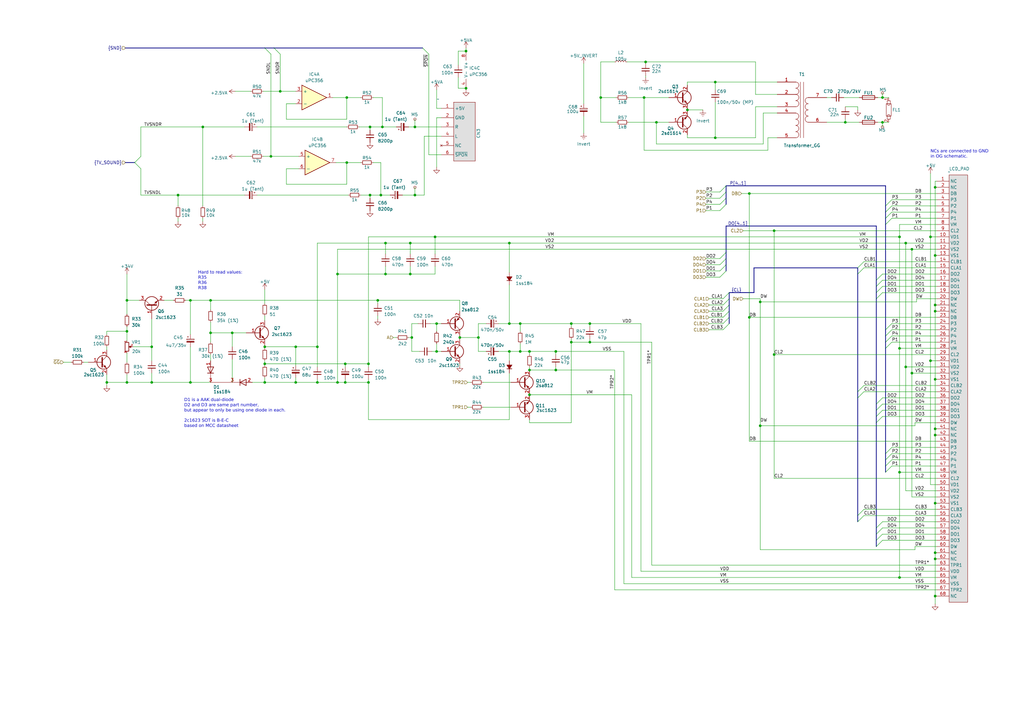
<source format=kicad_sch>
(kicad_sch (version 20231120) (generator "eeschema") (generator_version "8.0")
  (paper "A3")
  (title_block (title "LCD Connection") (date "2023-02-14") (rev "1") (company "bald.ee/bitpreserve") (comment 1 "Drawn by James Lewis (@baldengineer)") (comment 2 "Modified by Allison Barfield for Microprocessor Museum"))
  (bus_alias "" (members))
  (bus_alias "CL" (members "CLA1" "CLA2" "CLA3" "CLB1" "CLB2" "CLB3"))
  (junction (at 213.36 144.145))
  (junction (at 62.23 156.845))
  (junction (at 383.54 175.895))
  (junction (at 281.94 45.085))
  (junction (at 383.54 76.835))
  (junction (at 293.37 56.515))
  (junction (at 168.275 99.695))
  (junction (at 43.815 156.845))
  (junction (at 227.965 144.145))
  (junction (at 168.91 138.43))
  (junction (at 264.16 40.005))
  (junction (at 217.17 144.145))
  (junction (at 156.21 80.01))
  (junction (at 307.34 79.375))
  (junction (at 138.43 156.845))
  (junction (at 111.125 64.135))
  (junction (at 141.605 156.845))
  (junction (at 78.105 156.845))
  (junction (at 168.275 112.395))
  (junction (at 307.34 130.175))
  (junction (at 317.5 94.615))
  (junction (at 246.38 40.005))
  (junction (at 241.935 140.335))
  (junction (at 52.07 135.89))
  (junction (at 264.795 25.4))
  (junction (at 142.24 66.675))
  (junction (at 311.785 123.825))
  (junction (at 114.935 37.465))
  (junction (at 361.95 40.005))
  (junction (at 151.765 52.07))
  (junction (at 234.315 140.335))
  (junction (at 213.36 132.715))
  (junction (at 368.935 236.855))
  (junction (at 130.175 156.845))
  (junction (at 241.935 132.715))
  (junction (at 121.285 142.24))
  (junction (at 208.915 144.145))
  (junction (at 78.105 123.19))
  (junction (at 154.94 123.19))
  (junction (at 95.25 136.525))
  (junction (at 383.54 178.435))
  (junction (at 86.36 123.19))
  (junction (at 191.135 20.955))
  (junction (at 158.115 112.395))
  (junction (at 383.54 125.095))
  (junction (at 142.24 40.005))
  (junction (at 52.07 156.845))
  (junction (at 208.915 132.715))
  (junction (at 383.54 229.235))
  (junction (at 217.17 161.925))
  (junction (at 371.475 150.495))
  (junction (at 130.175 142.24))
  (junction (at 83.185 52.07))
  (junction (at 179.07 132.715))
  (junction (at 151.13 156.845))
  (junction (at 374.015 153.035))
  (junction (at 196.215 138.43))
  (junction (at 368.935 142.875))
  (junction (at 383.54 127.635))
  (junction (at 361.95 50.165))
  (junction (at 381.635 147.955))
  (junction (at 108.585 156.845))
  (junction (at 86.36 136.525))
  (junction (at 191.135 36.195))
  (junction (at 73.025 80.01))
  (junction (at 108.585 149.225))
  (junction (at 317.5 145.415))
  (junction (at 138.43 112.395))
  (junction (at 381.635 97.155))
  (junction (at 368.935 97.155))
  (junction (at 311.785 174.625))
  (junction (at 170.18 80.01))
  (junction (at 383.54 206.375))
  (junction (at 374.015 102.235))
  (junction (at 151.765 80.01))
  (junction (at 108.585 142.24))
  (junction (at 269.24 50.165))
  (junction (at 156.845 52.07))
  (junction (at 141.605 149.225))
  (junction (at 52.07 123.19))
  (junction (at 121.285 156.845))
  (junction (at 383.54 244.475))
  (junction (at 208.915 99.695))
  (junction (at 383.54 155.575))
  (junction (at 371.475 99.695))
  (junction (at 151.13 149.225))
  (junction (at 383.54 226.695))
  (junction (at 234.315 132.715))
  (junction (at 368.935 193.675))
  (junction (at 178.435 97.155))
  (junction (at 217.17 151.765))
  (junction (at 293.37 33.655))
  (junction (at 383.54 104.775))
  (junction (at 170.18 52.07))
  (junction (at 158.115 99.695))
  (junction (at 62.23 142.24))
  (junction (at 346.71 50.165))
  (junction (at 179.07 144.145))
  (junction (at 227.965 151.765))
  (junction (at 188.595 138.43))
  (bus_entry (at 363.22 86.995) (size 2.54 -2.54))
  (bus_entry (at 363.22 92.075) (size 2.54 -2.54))
  (bus_entry (at 361.95 165.735) (size -2.54 2.54))
  (bus_entry (at 295.275 108.585) (size 2.54 -2.54))
  (bus_entry (at 363.22 191.135) (size 2.54 -2.54))
  (bus_entry (at 363.22 188.595) (size 2.54 -2.54))
  (bus_entry (at 354.33 158.115) (size -2.54 2.54))
  (bus_entry (at 361.95 216.535) (size -2.54 2.54))
  (bus_entry (at 361.95 170.815) (size -2.54 2.54))
  (bus_entry (at 354.33 160.655) (size -2.54 2.54))
  (bus_entry (at 361.95 112.395) (size -2.54 2.54))
  (bus_entry (at 361.95 221.615) (size -2.54 2.54))
  (bus_entry (at 296.545 135.255) (size 2.54 -2.54))
  (bus_entry (at 57.785 69.215) (size -2.54 -2.54))
  (bus_entry (at 354.33 107.315) (size -2.54 2.54))
  (bus_entry (at 296.545 122.555) (size 2.54 -2.54))
  (bus_entry (at 361.95 163.195) (size -2.54 2.54))
  (bus_entry (at 295.275 86.36) (size 2.54 -2.54))
  (bus_entry (at 108.585 19.685) (size 2.54 2.54))
  (bus_entry (at 354.33 211.455) (size -2.54 2.54))
  (bus_entry (at 363.22 142.875) (size 2.54 -2.54))
  (bus_entry (at 354.33 208.915) (size -2.54 2.54))
  (bus_entry (at 112.395 19.685) (size 2.54 2.54))
  (bus_entry (at 295.275 81.28) (size 2.54 -2.54))
  (bus_entry (at 295.275 113.665) (size 2.54 -2.54))
  (bus_entry (at 295.275 106.045) (size 2.54 -2.54))
  (bus_entry (at 363.22 140.335) (size 2.54 -2.54))
  (bus_entry (at 363.22 84.455) (size 2.54 -2.54))
  (bus_entry (at 361.95 114.935) (size -2.54 2.54))
  (bus_entry (at 361.95 120.015) (size -2.54 2.54))
  (bus_entry (at 296.545 125.095) (size 2.54 -2.54))
  (bus_entry (at 295.275 83.82) (size 2.54 -2.54))
  (bus_entry (at 296.545 130.175) (size 2.54 -2.54))
  (bus_entry (at 296.545 127.635) (size 2.54 -2.54))
  (bus_entry (at 295.275 78.74) (size 2.54 -2.54))
  (bus_entry (at 296.545 132.715) (size 2.54 -2.54))
  (bus_entry (at 363.22 186.055) (size 2.54 -2.54))
  (bus_entry (at 55.245 66.675) (size 2.54 -2.54))
  (bus_entry (at 173.355 19.685) (size 2.54 2.54))
  (bus_entry (at 361.95 219.075) (size -2.54 2.54))
  (bus_entry (at 295.275 111.125) (size 2.54 -2.54))
  (bus_entry (at 361.95 117.475) (size -2.54 2.54))
  (bus_entry (at 363.22 137.795) (size 2.54 -2.54))
  (bus_entry (at 363.22 89.535) (size 2.54 -2.54))
  (bus_entry (at 354.33 109.855) (size -2.54 2.54))
  (bus_entry (at 361.95 168.275) (size -2.54 2.54))
  (bus_entry (at 361.95 213.995) (size -2.54 2.54))
  (bus_entry (at 363.22 135.255) (size 2.54 -2.54))
  (bus_entry (at 363.22 193.675) (size 2.54 -2.54))
  (wire (pts (xy 383.54 206.375) (xy 383.54 226.695)))
  (wire (pts (xy 138.43 156.845) (xy 138.43 112.395)))
  (wire (pts (xy 151.13 149.225) (xy 151.13 150.495)))
  (wire (pts (xy 78.105 123.19) (xy 86.36 123.19)))
  (bus (pts (xy 112.395 19.685) (xy 173.355 19.685)))
  (wire (pts (xy 234.315 139.065) (xy 234.315 140.335)))
  (wire (pts (xy 264.16 40.005) (xy 274.32 40.005)))
  (wire (pts (xy 361.95 50.165) (xy 361.95 52.07)))
  (wire (pts (xy 142.24 66.675) (xy 147.955 66.675)))
  (wire (pts (xy 368.935 92.075) (xy 368.935 97.155)))
  (wire (pts (xy 365.76 89.535) (xy 384.175 89.535)))
  (bus (pts (xy 297.815 83.82) (xy 297.815 81.28)))
  (wire (pts (xy 368.935 142.875) (xy 384.175 142.875)))
  (wire (pts (xy 259.08 161.925) (xy 259.08 236.855)))
  (wire (pts (xy 151.13 149.225) (xy 151.13 97.155)))
  (bus (pts (xy 351.79 211.455) (xy 351.79 213.995)))
  (wire (pts (xy 293.37 33.655) (xy 318.77 33.655)))
  (wire (pts (xy 151.765 52.07) (xy 156.845 52.07)))
  (wire (pts (xy 307.34 130.175) (xy 307.34 79.375)))
  (wire (pts (xy 142.24 40.005) (xy 142.24 48.895)))
  (wire (pts (xy 375.285 173.355) (xy 384.175 173.355)))
  (bus (pts (xy 359.41 165.735) (xy 359.41 168.275)))
  (wire (pts (xy 168.275 99.695) (xy 208.915 99.695)))
  (bus (pts (xy 297.815 103.505) (xy 297.815 106.045)))
  (wire (pts (xy 130.175 155.575) (xy 130.175 156.845)))
  (wire (pts (xy 264.795 31.115) (xy 264.795 31.75)))
  (wire (pts (xy 179.07 132.715) (xy 180.975 132.715)))
  (wire (pts (xy 311.785 174.625) (xy 311.785 225.425)))
  (wire (pts (xy 365.76 86.995) (xy 384.175 86.995)))
  (wire (pts (xy 383.54 127.635) (xy 383.54 155.575)))
  (wire (pts (xy 141.605 149.225) (xy 141.605 150.495)))
  (wire (pts (xy 368.935 92.075) (xy 384.175 92.075)))
  (wire (pts (xy 375.285 224.155) (xy 384.175 224.155)))
  (wire (pts (xy 141.605 149.225) (xy 151.13 149.225)))
  (wire (pts (xy 383.54 206.375) (xy 384.175 206.375)))
  (wire (pts (xy 217.17 151.765) (xy 217.17 150.495)))
  (wire (pts (xy 153.035 66.675) (xy 156.21 66.675)))
  (wire (pts (xy 374.015 153.035) (xy 384.175 153.035)))
  (wire (pts (xy 311.785 123.825) (xy 311.785 174.625)))
  (wire (pts (xy 281.94 34.925) (xy 281.94 33.655)))
  (wire (pts (xy 383.54 244.475) (xy 384.175 244.475)))
  (bus (pts (xy 299.085 125.095) (xy 299.085 122.555)))
  (wire (pts (xy 374.015 102.235) (xy 384.175 102.235)))
  (wire (pts (xy 361.95 112.395) (xy 384.175 112.395)))
  (bus (pts (xy 363.22 142.875) (xy 363.22 186.055)))
  (bus (pts (xy 359.41 92.71) (xy 359.41 114.935)))
  (wire (pts (xy 151.13 172.085) (xy 151.13 156.845)))
  (bus (pts (xy 359.41 168.275) (xy 359.41 170.815)))
  (wire (pts (xy 234.315 132.715) (xy 241.935 132.715)))
  (wire (pts (xy 204.47 132.715) (xy 208.915 132.715)))
  (wire (pts (xy 73.025 89.535) (xy 73.025 90.805)))
  (bus (pts (xy 363.22 84.455) (xy 363.22 86.995)))
  (wire (pts (xy 173.99 55.88) (xy 173.99 80.01)))
  (wire (pts (xy 383.54 175.895) (xy 384.175 175.895)))
  (wire (pts (xy 381.635 71.12) (xy 381.635 97.155)))
  (bus (pts (xy 359.41 170.815) (xy 359.41 173.355)))
  (wire (pts (xy 78.105 123.19) (xy 78.105 137.16)))
  (wire (pts (xy 179.07 144.145) (xy 180.975 144.145)))
  (wire (pts (xy 67.31 123.19) (xy 71.12 123.19)))
  (wire (pts (xy 267.335 231.775) (xy 384.175 231.775)))
  (wire (pts (xy 178.435 109.22) (xy 178.435 112.395)))
  (wire (pts (xy 117.475 42.545) (xy 121.285 42.545)))
  (wire (pts (xy 86.36 132.08) (xy 86.36 136.525)))
  (bus (pts (xy 297.815 76.2) (xy 363.22 76.2)))
  (wire (pts (xy 62.23 153.035) (xy 62.23 156.845)))
  (wire (pts (xy 191.135 36.195) (xy 191.135 36.83)))
  (wire (pts (xy 108.585 156.845) (xy 121.285 156.845)))
  (wire (pts (xy 354.33 160.655) (xy 384.175 160.655)))
  (wire (pts (xy 167.64 52.07) (xy 170.18 52.07)))
  (wire (pts (xy 52.07 112.395) (xy 52.07 123.19)))
  (wire (pts (xy 241.935 132.715) (xy 241.935 133.985)))
  (wire (pts (xy 57.785 52.07) (xy 83.185 52.07)))
  (wire (pts (xy 368.935 97.155) (xy 368.935 142.875)))
  (wire (pts (xy 227.965 151.765) (xy 217.17 151.765)))
  (wire (pts (xy 383.54 226.695) (xy 384.175 226.695)))
  (wire (pts (xy 26.035 148.59) (xy 29.21 148.59)))
  (wire (pts (xy 307.34 180.975) (xy 307.34 130.175)))
  (wire (pts (xy 158.115 112.395) (xy 138.43 112.395)))
  (wire (pts (xy 383.54 104.775) (xy 384.175 104.775)))
  (wire (pts (xy 293.37 56.515) (xy 309.88 56.515)))
  (wire (pts (xy 78.105 142.24) (xy 78.105 156.845)))
  (wire (pts (xy 208.915 116.84) (xy 208.915 132.715)))
  (wire (pts (xy 314.96 56.515) (xy 314.96 61.595)))
  (bus (pts (xy 299.085 122.555) (xy 299.085 120.015)))
  (wire (pts (xy 52.07 123.19) (xy 57.15 123.19)))
  (wire (pts (xy 255.905 239.395) (xy 384.175 239.395)))
  (wire (pts (xy 339.09 50.165) (xy 346.71 50.165)))
  (wire (pts (xy 108.585 129.54) (xy 108.585 131.445)))
  (wire (pts (xy 168.275 99.695) (xy 168.275 104.14)))
  (wire (pts (xy 153.035 40.005) (xy 156.845 40.005)))
  (wire (pts (xy 354.33 208.915) (xy 384.175 208.915)))
  (wire (pts (xy 289.56 113.665) (xy 295.275 113.665)))
  (wire (pts (xy 114.935 37.465) (xy 121.285 37.465)))
  (wire (pts (xy 208.915 111.76) (xy 208.915 99.695)))
  (wire (pts (xy 208.915 153.035) (xy 208.915 172.085)))
  (wire (pts (xy 208.915 99.695) (xy 371.475 99.695)))
  (wire (pts (xy 179.07 48.26) (xy 179.07 68.58)))
  (wire (pts (xy 227.965 150.495) (xy 227.965 151.765)))
  (wire (pts (xy 318.77 43.815) (xy 309.88 43.815)))
  (wire (pts (xy 234.315 173.355) (xy 234.315 140.335)))
  (wire (pts (xy 86.36 123.19) (xy 86.36 127)))
  (wire (pts (xy 311.785 123.825) (xy 311.785 122.555)))
  (wire (pts (xy 269.24 50.165) (xy 274.32 50.165)))
  (wire (pts (xy 188.595 137.795) (xy 188.595 138.43)))
  (wire (pts (xy 252.095 241.935) (xy 384.175 241.935)))
  (wire (pts (xy 365.76 191.135) (xy 384.175 191.135)))
  (bus (pts (xy 297.815 108.585) (xy 297.815 111.125)))
  (wire (pts (xy 374.015 203.835) (xy 384.175 203.835)))
  (wire (pts (xy 264.795 25.4) (xy 309.88 25.4)))
  (wire (pts (xy 173.99 55.88) (xy 180.975 55.88)))
  (wire (pts (xy 383.54 127.635) (xy 384.175 127.635)))
  (wire (pts (xy 241.935 132.715) (xy 262.89 132.715)))
  (wire (pts (xy 289.56 111.125) (xy 295.275 111.125)))
  (wire (pts (xy 289.56 108.585) (xy 295.275 108.585)))
  (wire (pts (xy 196.215 138.43) (xy 196.215 144.145)))
  (wire (pts (xy 361.95 216.535) (xy 384.175 216.535)))
  (bus (pts (xy 363.22 137.795) (xy 363.22 140.335)))
  (wire (pts (xy 178.435 97.155) (xy 178.435 104.14)))
  (wire (pts (xy 304.165 79.375) (xy 307.34 79.375)))
  (wire (pts (xy 257.81 50.165) (xy 269.24 50.165)))
  (wire (pts (xy 293.37 41.91) (xy 293.37 56.515)))
  (wire (pts (xy 57.785 64.135) (xy 57.785 52.07)))
  (bus (pts (xy 359.41 114.935) (xy 359.41 117.475)))
  (bus (pts (xy 299.085 120.015) (xy 309.245 120.015)))
  (wire (pts (xy 381.635 147.955) (xy 381.635 198.755)))
  (wire (pts (xy 361.95 120.015) (xy 384.175 120.015)))
  (wire (pts (xy 269.24 59.055) (xy 313.055 59.055)))
  (wire (pts (xy 130.175 99.695) (xy 158.115 99.695)))
  (wire (pts (xy 290.83 135.255) (xy 296.545 135.255)))
  (wire (pts (xy 108.585 149.225) (xy 108.585 149.86)))
  (wire (pts (xy 281.94 56.515) (xy 281.94 55.245)))
  (wire (pts (xy 257.81 40.005) (xy 264.16 40.005)))
  (wire (pts (xy 346.71 50.165) (xy 352.425 50.165)))
  (wire (pts (xy 374.015 153.035) (xy 374.015 203.835)))
  (bus (pts (xy 309.245 120.015) (xy 309.245 109.855)))
  (wire (pts (xy 213.36 132.715) (xy 234.315 132.715)))
  (wire (pts (xy 43.815 135.89) (xy 52.07 135.89)))
  (wire (pts (xy 76.2 123.19) (xy 78.105 123.19)))
  (wire (pts (xy 151.765 52.07) (xy 151.765 53.34)))
  (wire (pts (xy 151.13 97.155) (xy 178.435 97.155)))
  (bus (pts (xy 363.22 76.2) (xy 363.22 84.455)))
  (wire (pts (xy 361.95 50.165) (xy 364.49 50.165)))
  (wire (pts (xy 290.83 132.715) (xy 296.545 132.715)))
  (wire (pts (xy 142.24 48.895) (xy 117.475 48.895)))
  (wire (pts (xy 43.815 142.24) (xy 43.815 143.51)))
  (bus (pts (xy 359.41 216.535) (xy 359.41 219.075)))
  (wire (pts (xy 107.95 64.135) (xy 111.125 64.135)))
  (wire (pts (xy 43.815 153.67) (xy 43.815 156.845)))
  (wire (pts (xy 52.07 156.845) (xy 62.23 156.845)))
  (wire (pts (xy 196.215 144.145) (xy 199.39 144.145)))
  (wire (pts (xy 96.52 64.135) (xy 102.87 64.135)))
  (wire (pts (xy 52.07 153.67) (xy 52.07 156.845)))
  (wire (pts (xy 375.92 122.555) (xy 375.92 123.825)))
  (wire (pts (xy 289.56 106.045) (xy 295.275 106.045)))
  (wire (pts (xy 117.475 75.565) (xy 117.475 69.215)))
  (wire (pts (xy 269.24 50.165) (xy 269.24 59.055)))
  (wire (pts (xy 290.83 130.175) (xy 296.545 130.175)))
  (wire (pts (xy 178.435 97.155) (xy 368.935 97.155)))
  (bus (pts (xy 363.22 188.595) (xy 363.22 191.135)))
  (wire (pts (xy 191.77 167.005) (xy 193.04 167.005)))
  (wire (pts (xy 43.815 137.16) (xy 43.815 135.89)))
  (wire (pts (xy 354.33 109.855) (xy 384.175 109.855)))
  (wire (pts (xy 173.99 80.01) (xy 170.18 80.01)))
  (bus (pts (xy 297.815 81.28) (xy 297.815 78.74)))
  (wire (pts (xy 264.795 25.4) (xy 264.795 26.035)))
  (wire (pts (xy 156.845 40.005) (xy 156.845 52.07)))
  (wire (pts (xy 158.115 99.695) (xy 168.275 99.695)))
  (bus (pts (xy 359.41 120.015) (xy 359.41 122.555)))
  (wire (pts (xy 43.815 156.845) (xy 43.815 158.115)))
  (wire (pts (xy 309.88 25.4) (xy 309.88 38.735)))
  (wire (pts (xy 267.335 140.335) (xy 267.335 231.775)))
  (bus (pts (xy 297.815 92.71) (xy 359.41 92.71)))
  (wire (pts (xy 83.185 52.07) (xy 100.33 52.07)))
  (wire (pts (xy 62.23 142.24) (xy 62.23 147.955)))
  (bus (pts (xy 359.41 219.075) (xy 359.41 221.615)))
  (wire (pts (xy 239.395 47.625) (xy 239.395 54.61)))
  (bus (pts (xy 297.815 76.2) (xy 297.815 78.74)))
  (bus (pts (xy 299.085 125.095) (xy 299.085 127.635)))
  (wire (pts (xy 103.505 156.845) (xy 108.585 156.845)))
  (wire (pts (xy 290.83 127.635) (xy 296.545 127.635)))
  (wire (pts (xy 318.77 38.735) (xy 309.88 38.735)))
  (wire (pts (xy 170.18 76.835) (xy 170.18 80.01)))
  (wire (pts (xy 361.95 165.735) (xy 384.175 165.735)))
  (wire (pts (xy 199.39 132.715) (xy 196.215 132.715)))
  (wire (pts (xy 156.845 52.07) (xy 162.56 52.07)))
  (wire (pts (xy 168.91 144.145) (xy 172.085 144.145)))
  (wire (pts (xy 147.955 80.01) (xy 151.765 80.01)))
  (wire (pts (xy 138.43 156.845) (xy 141.605 156.845)))
  (wire (pts (xy 289.56 78.74) (xy 295.275 78.74)))
  (wire (pts (xy 73.025 80.01) (xy 73.025 84.455)))
  (wire (pts (xy 213.36 132.715) (xy 213.36 135.89)))
  (wire (pts (xy 151.13 155.575) (xy 151.13 156.845)))
  (wire (pts (xy 168.275 112.395) (xy 158.115 112.395)))
  (wire (pts (xy 142.24 66.675) (xy 142.24 75.565)))
  (wire (pts (xy 105.41 80.01) (xy 142.875 80.01)))
  (wire (pts (xy 198.12 167.005) (xy 209.55 167.005)))
  (wire (pts (xy 83.185 52.07) (xy 83.185 84.455)))
  (wire (pts (xy 107.95 37.465) (xy 114.935 37.465)))
  (wire (pts (xy 175.895 63.5) (xy 175.895 22.225)))
  (bus (pts (xy 359.41 117.475) (xy 359.41 120.015)))
  (wire (pts (xy 255.905 144.145) (xy 255.905 239.395)))
  (bus (pts (xy 363.22 92.075) (xy 363.22 135.255)))
  (wire (pts (xy 381.635 97.155) (xy 381.635 147.955)))
  (wire (pts (xy 383.54 229.235) (xy 384.175 229.235)))
  (wire (pts (xy 371.475 150.495) (xy 371.475 201.295)))
  (bus (pts (xy 363.22 89.535) (xy 363.22 92.075)))
  (wire (pts (xy 141.605 155.575) (xy 141.605 156.845)))
  (wire (pts (xy 227.965 151.765) (xy 252.095 151.765)))
  (wire (pts (xy 130.175 156.845) (xy 138.43 156.845)))
  (wire (pts (xy 111.125 22.225) (xy 111.125 64.135)))
  (wire (pts (xy 217.17 144.145) (xy 213.36 144.145)))
  (wire (pts (xy 187.96 31.75) (xy 187.96 36.195)))
  (wire (pts (xy 375.285 173.355) (xy 375.285 174.625)))
  (wire (pts (xy 239.395 26.035) (xy 239.395 42.545)))
  (wire (pts (xy 293.37 33.655) (xy 293.37 36.83)))
  (wire (pts (xy 262.89 132.715) (xy 262.89 234.315)))
  (bus (pts (xy 351.79 112.395) (xy 351.79 160.655)))
  (wire (pts (xy 217.17 172.085) (xy 217.17 173.355)))
  (wire (pts (xy 375.285 225.425) (xy 311.785 225.425)))
  (wire (pts (xy 246.38 50.165) (xy 252.73 50.165)))
  (wire (pts (xy 117.475 48.895) (xy 117.475 42.545)))
  (wire (pts (xy 383.54 125.095) (xy 383.54 127.635)))
  (wire (pts (xy 289.56 86.36) (xy 295.275 86.36)))
  (wire (pts (xy 187.96 36.195) (xy 191.135 36.195)))
  (wire (pts (xy 111.125 64.135) (xy 122.555 64.135)))
  (wire (pts (xy 241.935 140.335) (xy 267.335 140.335)))
  (wire (pts (xy 289.56 83.82) (xy 295.275 83.82)))
  (wire (pts (xy 317.5 94.615) (xy 384.175 94.615)))
  (wire (pts (xy 188.595 123.19) (xy 188.595 127.635)))
  (wire (pts (xy 383.54 178.435) (xy 384.175 178.435)))
  (wire (pts (xy 217.17 161.925) (xy 259.08 161.925)))
  (wire (pts (xy 170.18 52.07) (xy 180.975 52.07)))
  (wire (pts (xy 154.94 123.19) (xy 188.595 123.19)))
  (wire (pts (xy 78.105 156.845) (xy 86.36 156.845)))
  (wire (pts (xy 383.54 178.435) (xy 383.54 206.375)))
  (bus (pts (xy 299.085 132.715) (xy 299.085 130.175)))
  (wire (pts (xy 368.935 236.855) (xy 384.175 236.855)))
  (wire (pts (xy 346.71 43.815) (xy 351.79 43.815)))
  (wire (pts (xy 180.975 48.26) (xy 179.07 48.26)))
  (wire (pts (xy 365.76 186.055) (xy 384.175 186.055)))
  (wire (pts (xy 179.07 36.83) (xy 179.07 44.45)))
  (wire (pts (xy 311.785 174.625) (xy 375.285 174.625)))
  (wire (pts (xy 204.47 144.145) (xy 208.915 144.145)))
  (wire (pts (xy 156.21 66.675) (xy 156.21 80.01)))
  (wire (pts (xy 361.95 170.815) (xy 384.175 170.815)))
  (wire (pts (xy 198.12 156.845) (xy 209.55 156.845)))
  (wire (pts (xy 158.115 99.695) (xy 158.115 104.14)))
  (wire (pts (xy 371.475 99.695) (xy 371.475 150.495)))
  (wire (pts (xy 383.54 244.475) (xy 383.54 247.65)))
  (wire (pts (xy 117.475 69.215) (xy 122.555 69.215)))
  (wire (pts (xy 383.54 76.835) (xy 384.175 76.835)))
  (wire (pts (xy 361.95 219.075) (xy 384.175 219.075)))
  (wire (pts (xy 365.76 140.335) (xy 384.175 140.335)))
  (wire (pts (xy 383.54 226.695) (xy 383.54 229.235)))
  (wire (pts (xy 241.935 140.335) (xy 241.935 139.065)))
  (wire (pts (xy 307.34 130.175) (xy 384.175 130.175)))
  (wire (pts (xy 161.29 138.43) (xy 162.56 138.43)))
  (wire (pts (xy 234.315 132.715) (xy 234.315 133.985)))
  (wire (pts (xy 57.785 80.01) (xy 73.025 80.01)))
  (wire (pts (xy 188.595 138.43) (xy 188.595 139.065)))
  (wire (pts (xy 313.055 46.355) (xy 318.77 46.355)))
  (wire (pts (xy 108.585 118.745) (xy 108.585 124.46)))
  (wire (pts (xy 227.965 144.145) (xy 217.17 144.145)))
  (wire (pts (xy 246.38 25.4) (xy 246.38 40.005)))
  (wire (pts (xy 52.07 123.19) (xy 52.07 128.905)))
  (wire (pts (xy 95.25 136.525) (xy 100.965 136.525)))
  (wire (pts (xy 290.83 125.095) (xy 296.545 125.095)))
  (wire (pts (xy 361.95 213.995) (xy 384.175 213.995)))
  (wire (pts (xy 354.33 107.315) (xy 384.175 107.315)))
  (wire (pts (xy 208.915 172.085) (xy 151.13 172.085)))
  (wire (pts (xy 130.175 142.24) (xy 130.175 150.495)))
  (wire (pts (xy 351.79 43.815) (xy 351.79 45.085)))
  (wire (pts (xy 361.95 38.1) (xy 361.95 40.005)))
  (wire (pts (xy 156.21 80.01) (xy 160.02 80.01)))
  (wire (pts (xy 168.91 132.715) (xy 168.91 138.43)))
  (wire (pts (xy 384.175 97.155) (xy 381.635 97.155)))
  (wire (pts (xy 108.585 154.94) (xy 108.585 156.845)))
  (bus (pts (xy 309.245 109.855) (xy 351.79 109.855)))
  (wire (pts (xy 170.18 80.01) (xy 165.1 80.01)))
  (wire (pts (xy 381.635 147.955) (xy 384.175 147.955)))
  (wire (pts (xy 311.785 123.825) (xy 375.92 123.825)))
  (wire (pts (xy 121.285 154.94) (xy 121.285 156.845)))
  (wire (pts (xy 309.88 43.815) (xy 309.88 56.515)))
  (wire (pts (xy 368.935 193.675) (xy 384.175 193.675)))
  (wire (pts (xy 208.915 144.145) (xy 213.36 144.145)))
  (wire (pts (xy 105.41 52.07) (xy 142.24 52.07)))
  (wire (pts (xy 57.785 69.215) (xy 57.785 80.01)))
  (wire (pts (xy 158.115 109.22) (xy 158.115 112.395)))
  (wire (pts (xy 142.24 75.565) (xy 117.475 75.565)))
  (wire (pts (xy 289.56 81.28) (xy 295.275 81.28)))
  (wire (pts (xy 179.07 132.715) (xy 179.07 135.89)))
  (wire (pts (xy 307.34 180.975) (xy 384.175 180.975)))
  (wire (pts (xy 365.76 132.715) (xy 384.175 132.715)))
  (wire (pts (xy 86.36 123.19) (xy 154.94 123.19)))
  (wire (pts (xy 365.76 137.795) (xy 384.175 137.795)))
  (wire (pts (xy 208.915 147.955) (xy 208.915 144.145)))
  (wire (pts (xy 371.475 150.495) (xy 384.175 150.495)))
  (wire (pts (xy 365.76 81.915) (xy 384.175 81.915)))
  (wire (pts (xy 383.54 175.895) (xy 383.54 178.435)))
  (wire (pts (xy 208.915 132.715) (xy 213.36 132.715)))
  (wire (pts (xy 375.285 224.155) (xy 375.285 225.425)))
  (wire (pts (xy 187.96 20.955) (xy 191.135 20.955)))
  (bus (pts (xy 51.435 19.685) (xy 108.585 19.685)))
  (wire (pts (xy 361.95 40.005) (xy 364.49 40.005)))
  (wire (pts (xy 73.025 80.01) (xy 100.33 80.01)))
  (wire (pts (xy 121.285 156.845) (xy 130.175 156.845)))
  (wire (pts (xy 383.54 155.575) (xy 383.54 175.895)))
  (wire (pts (xy 317.5 145.415) (xy 317.5 196.215)))
  (wire (pts (xy 257.175 25.4) (xy 264.795 25.4)))
  (wire (pts (xy 178.435 112.395) (xy 168.275 112.395)))
  (wire (pts (xy 304.8 122.555) (xy 311.785 122.555)))
  (wire (pts (xy 227.965 145.415) (xy 227.965 144.145)))
  (wire (pts (xy 179.07 140.97) (xy 179.07 144.145)))
  (wire (pts (xy 307.34 79.375) (xy 384.175 79.375)))
  (bus (pts (xy 363.22 135.255) (xy 363.22 137.795)))
  (wire (pts (xy 167.64 138.43) (xy 168.91 138.43)))
  (wire (pts (xy 246.38 40.005) (xy 246.38 50.165)))
  (wire (pts (xy 180.975 44.45) (xy 179.07 44.45)))
  (bus (pts (xy 51.435 66.675) (xy 55.245 66.675)))
  (wire (pts (xy 130.175 99.695) (xy 130.175 142.24)))
  (bus (pts (xy 297.815 106.045) (xy 297.815 108.585)))
  (wire (pts (xy 317.5 196.215) (xy 384.175 196.215)))
  (wire (pts (xy 365.76 135.255) (xy 384.175 135.255)))
  (wire (pts (xy 281.94 45.085) (xy 288.29 45.085)))
  (wire (pts (xy 180.975 63.5) (xy 175.895 63.5)))
  (wire (pts (xy 168.275 109.22) (xy 168.275 112.395)))
  (wire (pts (xy 375.92 122.555) (xy 384.175 122.555)))
  (wire (pts (xy 317.5 94.615) (xy 317.5 145.415)))
  (wire (pts (xy 121.285 142.24) (xy 121.285 149.86)))
  (wire (pts (xy 383.54 104.775) (xy 383.54 125.095)))
  (bus (pts (xy 297.815 92.71) (xy 297.815 103.505)))
  (bus (pts (xy 363.22 86.995) (xy 363.22 89.535)))
  (wire (pts (xy 154.94 123.19) (xy 154.94 124.46)))
  (wire (pts (xy 138.43 112.395) (xy 138.43 102.235)))
  (bus (pts (xy 363.22 140.335) (xy 363.22 142.875)))
  (wire (pts (xy 191.77 156.845) (xy 193.04 156.845)))
  (wire (pts (xy 368.935 142.875) (xy 368.935 193.675)))
  (wire (pts (xy 246.38 40.005) (xy 252.73 40.005)))
  (bus (pts (xy 359.41 221.615) (xy 359.41 224.155)))
  (wire (pts (xy 136.525 40.005) (xy 142.24 40.005)))
  (wire (pts (xy 264.16 61.595) (xy 314.96 61.595)))
  (wire (pts (xy 281.94 33.655) (xy 293.37 33.655)))
  (wire (pts (xy 191.135 19.685) (xy 191.135 20.955)))
  (wire (pts (xy 137.795 66.675) (xy 142.24 66.675)))
  (wire (pts (xy 213.36 140.97) (xy 213.36 144.145)))
  (wire (pts (xy 52.07 135.89) (xy 52.07 139.7)))
  (wire (pts (xy 96.52 37.465) (xy 102.87 37.465)))
  (wire (pts (xy 86.36 136.525) (xy 86.36 140.335)))
  (wire (pts (xy 170.18 48.895) (xy 170.18 52.07)))
  (wire (pts (xy 86.36 145.415) (xy 86.36 147.955)))
  (bus (pts (xy 351.79 109.855) (xy 351.79 112.395)))
  (wire (pts (xy 252.095 25.4) (xy 246.38 25.4)))
  (wire (pts (xy 151.765 80.01) (xy 156.21 80.01)))
  (wire (pts (xy 317.5 145.415) (xy 384.175 145.415)))
  (wire (pts (xy 176.53 132.715) (xy 179.07 132.715)))
  (wire (pts (xy 95.25 147.32) (xy 95.25 156.845)))
  (wire (pts (xy 114.935 22.225) (xy 114.935 37.465)))
  (wire (pts (xy 346.71 48.895) (xy 346.71 50.165)))
  (wire (pts (xy 147.32 52.07) (xy 151.765 52.07)))
  (wire (pts (xy 354.33 211.455) (xy 384.175 211.455)))
  (wire (pts (xy 304.8 94.615) (xy 317.5 94.615)))
  (wire (pts (xy 313.055 59.055) (xy 313.055 46.355)))
  (wire (pts (xy 227.965 144.145) (xy 255.905 144.145)))
  (wire (pts (xy 354.33 158.115) (xy 384.175 158.115)))
  (wire (pts (xy 361.95 168.275) (xy 384.175 168.275)))
  (wire (pts (xy 62.23 156.845) (xy 78.105 156.845)))
  (wire (pts (xy 121.285 142.24) (xy 130.175 142.24)))
  (wire (pts (xy 234.315 140.335) (xy 241.935 140.335)))
  (bus (pts (xy 363.22 191.135) (xy 363.22 193.675)))
  (wire (pts (xy 151.765 80.01) (xy 151.765 81.28)))
  (bus (pts (xy 359.41 173.355) (xy 359.41 216.535)))
  (wire (pts (xy 141.605 156.845) (xy 151.13 156.845)))
  (bus (pts (xy 351.79 163.195) (xy 351.79 211.455)))
  (wire (pts (xy 54.61 142.24) (xy 62.23 142.24)))
  (wire (pts (xy 188.595 138.43) (xy 196.215 138.43)))
  (wire (pts (xy 171.45 132.715) (xy 168.91 132.715)))
  (wire (pts (xy 217.17 145.415) (xy 217.17 144.145)))
  (wire (pts (xy 187.96 26.67) (xy 187.96 20.955)))
  (wire (pts (xy 154.94 129.54) (xy 154.94 130.81)))
  (wire (pts (xy 108.585 142.24) (xy 108.585 142.875)))
  (wire (pts (xy 365.76 183.515) (xy 384.175 183.515)))
  (wire (pts (xy 177.165 144.145) (xy 179.07 144.145)))
  (wire (pts (xy 168.91 138.43) (xy 168.91 144.145)))
  (wire (pts (xy 290.83 122.555) (xy 296.545 122.555)))
  (wire (pts (xy 86.36 136.525) (xy 95.25 136.525)))
  (wire (pts (xy 108.585 141.605) (xy 108.585 142.24)))
  (wire (pts (xy 361.95 163.195) (xy 384.175 163.195)))
  (wire (pts (xy 142.24 40.005) (xy 147.955 40.005)))
  (wire (pts (xy 365.76 84.455) (xy 384.175 84.455)))
  (wire (pts (xy 365.76 188.595) (xy 384.175 188.595)))
  (wire (pts (xy 34.29 148.59) (xy 36.195 148.59)))
  (wire (pts (xy 95.25 136.525) (xy 95.25 142.24)))
  (wire (pts (xy 138.43 102.235) (xy 374.015 102.235)))
  (bus (pts (xy 351.79 160.655) (xy 351.79 163.195)))
  (wire (pts (xy 339.09 40.005) (xy 340.995 40.005)))
  (wire (pts (xy 383.54 76.835) (xy 383.54 104.775)))
  (wire (pts (xy 43.815 156.845) (xy 52.07 156.845)))
  (wire (pts (xy 381.635 198.755) (xy 384.175 198.755)))
  (wire (pts (xy 83.185 89.535) (xy 83.185 90.805)))
  (wire (pts (xy 371.475 99.695) (xy 384.175 99.695)))
  (wire (pts (xy 360.045 50.165) (xy 361.95 50.165)))
  (wire (pts (xy 383.54 229.235) (xy 383.54 244.475)))
  (bus (pts (xy 108.585 19.685) (xy 112.395 19.685)))
  (wire (pts (xy 52.07 144.78) (xy 52.07 148.59)))
  (bus (pts (xy 363.22 186.055) (xy 363.22 188.595)))
  (wire (pts (xy 383.54 125.095) (xy 384.175 125.095)))
  (wire (pts (xy 383.54 74.295) (xy 383.54 76.835)))
  (wire (pts (xy 314.96 56.515) (xy 318.77 56.515)))
  (wire (pts (xy 62.23 142.24) (xy 62.23 130.81)))
  (bus (pts (xy 359.41 122.555) (xy 359.41 165.735)))
  (wire (pts (xy 217.17 173.355) (xy 234.315 173.355)))
  (wire (pts (xy 252.095 151.765) (xy 252.095 241.935)))
  (wire (pts (xy 384.175 74.295) (xy 383.54 74.295)))
  (wire (pts (xy 188.595 149.225) (xy 188.595 149.86)))
  (wire (pts (xy 259.08 236.855) (xy 368.935 236.855)))
  (wire (pts (xy 374.015 102.235) (xy 374.015 153.035)))
  (bus (pts (xy 299.085 130.175) (xy 299.085 127.635)))
  (wire (pts (xy 361.95 114.935) (xy 384.175 114.935)))
  (wire (pts (xy 361.95 221.615) (xy 384.175 221.615)))
  (wire (pts (xy 346.075 40.005) (xy 352.425 40.005)))
  (wire (pts (xy 108.585 147.955) (xy 108.585 149.225)))
  (wire (pts (xy 368.935 193.675) (xy 368.935 236.855)))
  (wire (pts (xy 371.475 201.295) (xy 384.175 201.295)))
  (wire (pts (xy 360.045 40.005) (xy 361.95 40.005)))
  (wire (pts (xy 196.215 132.715) (xy 196.215 138.43)))
  (wire (pts (xy 361.95 117.475) (xy 384.175 117.475)))
  (wire (pts (xy 108.585 149.225) (xy 141.605 149.225)))
  (wire (pts (xy 108.585 142.24) (xy 121.285 142.24)))
  (wire (pts (xy 52.07 135.89) (xy 52.07 133.985)))
  (wire (pts (xy 383.54 155.575) (xy 384.175 155.575)))
  (wire (pts (xy 262.89 234.315) (xy 384.175 234.315)))
  (wire (pts (xy 281.94 56.515) (xy 293.37 56.515)))
  (wire (pts (xy 264.16 40.005) (xy 264.16 61.595)))
  (text "NCs are connected to GND\nin OG schematic." (at 381.635 65.405 0) (effects (font (size 1.27 1.27)) (justify left bottom)))
  (text "2c1623 SOT is B-E-C\nbased on MCC datasheet" (at 75.565 175.895 0) (effects (font (size 1.27 1.27)) (justify left bottom)))
  (text "D1 is a AAK dual-diode\nD2 and D3 are same part number, \nbut appear to only be using one diode in each." (at 75.565 169.545 0) (effects (font (size 1.27 1.27)) (justify left bottom)))
  (text "Hard to read values:\nR35\nR36\nR38" (at 81.28 119.38 0) (effects (font (size 1.27 1.27)) (justify left bottom)))
  (label "CLA1" (at 354.33 109.855 0))
  (label "DO3" (at 375.285 221.615 0))
  (label "P4" (at 375.285 188.595 0))
  (label "DO4" (at 363.855 216.535 0))
  (label "DO2" (at 375.285 213.995 0))
  (label "P2" (at 375.285 84.455 0))
  (label "VS2" (at 375.285 153.035 0))
  (label "VM" (at 352.425 97.155 0))
  (label "VDD" (at 295.275 234.315 0))
  (label "VD2" (at 352.425 99.695 0))
  (label "DW" (at 311.785 173.355 0))
  (label "CLA2" (at 354.33 160.655 0))
  (label "DW" (at 311.785 122.555 0))
  (label "CLA1" (at 375.285 109.855 0))
  (label "P2" (at 289.56 81.28 0))
  (label "TPR2*" (at 375.285 241.935 0))
  (label "P[4..1]" (at 306.07 76.2 180))
  (label "P3" (at 365.76 132.715 0))
  (label "VSS" (at 295.275 239.395 0))
  (label "CLA3" (at 375.285 211.455 0))
  (label "DO1" (at 375.285 168.275 0))
  (label "SNDR" (at 114.935 30.48 90))
  (label "CL2" (at 317.5 196.215 0))
  (label "DO4" (at 289.56 108.585 0))
  (label "DO4" (at 375.285 216.535 0))
  (label "P3" (at 375.285 132.715 0))
  (label "VDD" (at 375.285 234.315 0))
  (label "CL2" (at 375.285 145.415 0))
  (label "CLB2" (at 354.33 158.115 0))
  (label "CLA3" (at 354.33 211.455 0))
  (label "VS2" (at 375.285 102.235 0))
  (label "DO2" (at 363.855 163.195 0))
  (label "P2" (at 375.285 135.255 0))
  (label "CLB1" (at 354.33 107.315 0))
  (label "DB" (at 375.285 130.175 0))
  (label "DO4" (at 363.855 114.935 0))
  (label "CLA1" (at 296.545 122.555 180))
  (label "DO3" (at 289.56 113.665 0))
  (label "P2" (at 365.76 135.255 0))
  (label "DO2" (at 375.285 163.195 0))
  (label "CLB1" (at 375.285 107.315 0))
  (label "CL2" (at 374.65 94.615 0))
  (label "TVSNDR" (at 59.055 52.07 0))
  (label "VSS" (at 250.825 144.145 180))
  (label "DO3" (at 363.855 170.815 0))
  (label "DO1" (at 375.285 117.475 0))
  (label "{CL}" (at 304.165 120.015 180))
  (label "DO2" (at 375.285 112.395 0))
  (label "DO3" (at 363.855 120.015 0))
  (label "DO3" (at 363.855 221.615 0))
  (label "P4" (at 365.76 188.595 0))
  (label "P2" (at 375.285 186.055 0))
  (label "P3" (at 289.56 78.74 0))
  (label "VD2" (at 227.33 99.695 180))
  (label "P1" (at 365.76 191.135 0))
  (label "TVSNDL" (at 59.055 80.01 0))
  (label "DO4" (at 375.285 114.935 0))
  (label "VDD" (at 259.08 132.715 180))
  (label "DO2" (at 363.855 213.995 0))
  (label "DO2" (at 289.56 106.045 0))
  (label "DO4" (at 363.855 165.735 0))
  (label "CLA3" (at 296.545 127.635 180))
  (label "DO1" (at 363.855 219.075 0))
  (label "CLB3" (at 375.285 208.915 0))
  (label "CLA2" (at 296.545 125.095 180))
  (label "DB" (at 375.285 79.375 0))
  (label "DO1" (at 363.855 117.475 0))
  (label "P2" (at 365.76 186.055 0))
  (label "DO3" (at 375.285 120.015 0))
  (label "VD2" (at 375.285 99.695 0))
  (label "VS2" (at 227.33 102.235 180))
  (label "VS2" (at 352.425 102.235 0))
  (label "TPR1*" (at 375.285 231.775 0))
  (label "P3" (at 375.285 183.515 0))
  (label "VSS" (at 375.285 239.395 0))
  (label "VM" (at 295.275 236.855 0))
  (label "CL2" (at 375.285 196.215 0))
  (label "DO1" (at 363.855 168.275 0))
  (label "DW" (at 375.285 224.155 0))
  (label "TPR1*" (at 267.335 143.51 270))
  (label "VS2" (at 375.285 203.835 0))
  (label "DO2" (at 363.855 112.395 0))
  (label "DW" (at 378.46 122.555 180))
  (label "P3" (at 365.76 183.515 0))
  (label "P4" (at 365.76 86.995 0))
  (label "DB" (at 307.34 130.175 0))
  (label "CLB3" (at 296.545 135.255 180))
  (label "P1" (at 289.56 86.36 0))
  (label "P1" (at 365.76 89.535 0))
  (label "DO3" (at 375.285 170.815 0))
  (label "VM" (at 375.285 142.875 0))
  (label "P4" (at 375.285 86.995 0))
  (label "DB" (at 307.34 180.975 0))
  (label "CLB2" (at 296.545 132.715 180))
  (label "DW" (at 375.285 173.355 0))
  (label "P3" (at 365.76 81.915 0))
  (label "~{SPON}" (at 175.895 22.225 270))
  (label "DO4" (at 375.285 165.735 0))
  (label "DO[4..1]" (at 306.705 92.71 180))
  (label "CLB1" (at 296.545 130.175 180))
  (label "P3" (at 375.285 81.915 0))
  (label "TPR2*" (at 252.095 153.67 270))
  (label "P1" (at 375.285 140.335 0))
  (label "VM" (at 375.285 92.075 0))
  (label "VM" (at 243.205 161.925 180))
  (label "DB" (at 375.285 180.975 0))
  (label "VM" (at 375.285 236.855 0))
  (label "CLA2" (at 375.285 160.655 0))
  (label "VM" (at 375.285 193.675 0))
  (label "SNDL" (at 111.125 30.48 90))
  (label "CLB3" (at 354.33 208.915 0))
  (label "P4" (at 375.285 137.795 0))
  (label "P4" (at 289.56 83.82 0))
  (label "VD2" (at 375.285 150.495 0))
  (label "P2" (at 365.76 84.455 0))
  (label "CLB2" (at 375.285 158.115 0))
  (label "VM" (at 227.33 97.155 180))
  (label "P1" (at 375.285 89.535 0))
  (label "VD2" (at 375.285 201.295 0))
  (label "DO1" (at 375.285 219.075 0))
  (label "P1" (at 365.76 140.335 0))
  (label "P1" (at 375.285 191.135 0))
  (label "P4" (at 365.76 137.795 0))
  (label "DO1" (at 289.56 111.125 0))
  (label "CL2" (at 317.5 145.415 0))
  (hierarchical_label "P2" (shape input) (at 289.56 81.28 180))
  (hierarchical_label "CLA1" (shape input) (at 290.83 122.555 180))
  (hierarchical_label "{SND}" (shape input) (at 51.435 19.685 180))
  (hierarchical_label "TPR2" (shape input) (at 191.77 156.845 180))
  (hierarchical_label "CLB1" (shape input) (at 290.83 130.175 180))
  (hierarchical_label "A" (shape input) (at 161.29 138.43 180))
  (hierarchical_label "{TV_SOUND}" (shape input) (at 51.435 66.675 180))
  (hierarchical_label "CLB3" (shape input) (at 290.83 135.255 180))
  (hierarchical_label "DO3" (shape input) (at 289.56 113.665 180))
  (hierarchical_label "DB" (shape input) (at 304.165 79.375 180))
  (hierarchical_label "P4" (shape input) (at 289.56 83.82 180))
  (hierarchical_label "TPR1" (shape input) (at 191.77 167.005 180))
  (hierarchical_label "DW" (shape input) (at 304.8 122.555 180))
  (hierarchical_label "DO2" (shape input) (at 289.56 106.045 180))
  (hierarchical_label "DO1" (shape input) (at 289.56 111.125 180))
  (hierarchical_label "P1" (shape input) (at 289.56 86.36 180))
  (hierarchical_label "CLA3" (shape input) (at 290.83 127.635 180))
  (hierarchical_label "~{GG}" (shape input) (at 26.035 148.59 180))
  (hierarchical_label "CL2" (shape input) (at 304.8 94.615 180))
  (hierarchical_label "P3" (shape input) (at 289.56 78.74 180))
  (hierarchical_label "CLA2" (shape input) (at 290.83 125.095 180))
  (hierarchical_label "DO4" (shape input) (at 289.56 108.585 180))
  (hierarchical_label "CLB2" (shape input) (at 290.83 132.715 180))
  (symbol (lib_id "power:GND") (at 151.765 86.36 0) (unit 1)
    (property "Reference" "#PWR080" (effects (hide yes)))
    (property "Value" "GND" (effects (hide yes)))
  )
  (symbol (lib_id "Device:R_Small") (at 213.36 138.43 180) (unit 1)
    (property "Reference" "R45" (at 215.265 137.795 0) (effects (justify right)))
    (property "Value" "1M" (at 215.265 140.335 0) (effects (justify right)))
  )
  (symbol (lib_id "power:+5V") (at 108.585 118.745 0) (unit 1)
    (property "Reference" "#PWR023" (effects (hide yes)))
    (property "Value" "+5V" (at 108.585 115.57 0))
  )
  (symbol (lib_id "Device:Fuse") (at 356.235 50.165 90) (unit 1)
    (property "Reference" "FU2" (at 356.235 48.26 90))
    (property "Value" "Fuse" (effects (hide yes)))
  )
  (symbol (lib_id "Device:C_Small") (at 187.96 29.21 0) (unit 1)
    (property "Reference" "C63" (at 181.61 27.305 0) (effects (justify left)))
    (property "Value" "100n" (at 180.975 29.845 0) (effects (justify left)))
  )
  (symbol (lib_id "Device:R_Small") (at 145.415 80.01 270) (unit 1)
    (property "Reference" "R55" (at 145.415 78.105 90))
    (property "Value" "1k" (at 145.415 81.915 90))
  )
  (symbol (lib_id "Device:C_Small") (at 168.275 106.68 0) (unit 1)
    (property "Reference" "C59" (at 170.815 106.0513 0) (effects (justify left)))
    (property "Value" "100n" (at 170.815 108.5913 0) (effects (justify left)))
  )
  (symbol (lib_id "power:GND") (at 151.765 58.42 0) (unit 1)
    (property "Reference" "#PWR079" (effects (hide yes)))
    (property "Value" "GND" (effects (hide yes)))
  )
  (symbol (lib_id "Device:R_Small") (at 108.585 152.4 180) (unit 1)
    (property "Reference" "R40" (at 110.49 151.765 0) (effects (justify right)))
    (property "Value" "470 (1%)" (at 110.49 154.305 0) (effects (justify right)))
  )
  (symbol (lib_id "power:GND") (at 351.79 45.085 0) (unit 1)
    (property "Reference" "#PWR070" (effects (hide yes)))
    (property "Value" "GND" (effects (hide yes)))
  )
  (symbol (lib_id "Device:C_Polarized_Small") (at 102.87 80.01 270) (unit 1)
    (property "Reference" "C62" (at 100.965 74.93 90) (effects (justify left)))
    (property "Value" "1u (Tant)" (at 99.06 77.47 90) (effects (justify left)))
  )
  (symbol (lib_id "Device:C_Polarized_Small") (at 162.56 80.01 90) (unit 1)
    (property "Reference" "C67" (at 165.1 74.295 90) (effects (justify left)))
    (property "Value" "1u (Tant)" (at 166.37 76.835 90) (effects (justify left)))
  )
  (symbol (lib_id "Device:C_Polarized_Small") (at 121.285 152.4 0) (unit 1)
    (property "Reference" "C47" (at 123.825 151.2189 0) (effects (justify left)))
    (property "Value" "68u" (at 123.825 153.7589 0) (effects (justify left)))
  )
  (symbol (lib_id "Device:R_Small") (at 179.07 138.43 180) (unit 1)
    (property "Reference" "R42" (at 181.61 137.795 0) (effects (justify right)))
    (property "Value" "240k" (at 181.61 140.335 0) (effects (justify right)))
  )
  (symbol (lib_id "Game Gear Symbol Library:Invert") (at 264.795 31.75 0) (unit 1)
    (property "Reference" "#PWR060" (effects (hide yes)))
    (property "Value" "Invert" (at 264.795 36.195 0))
    (instances (project "Game Gear VA1" (path "" (reference "#PWR060") (unit 1)) (path "" (reference "#PWR068") (unit 1))))
  )
  (symbol (lib_id "power:+5VA") (at 179.07 36.83 0) (unit 1)
    (property "Reference" "#PWR075" (effects (hide yes)))
    (property "Value" "+5VA" (at 179.07 33.655 0))
  )
  (symbol (lib_id "Device:L_Small") (at 254.635 25.4 90) (unit 1)
    (property "Reference" "L2" (at 254.635 21.59 90))
    (property "Value" "105u" (at 254.635 24.13 90))
  )
  (symbol (lib_id "Device:Q_NPN_BCE") (at 279.4 40.005 0) (unit 1)
    (property "Reference" "Q3" (at 275.59 35.56 0) (effects (justify left)))
    (property "Value" "2sd1614" (at 269.875 37.465 0) (effects (justify left)))
  )
  (symbol (lib_id "power:GND") (at 179.07 68.58 0) (unit 1)
    (property "Reference" "#PWR078" (effects (hide yes)))
    (property "Value" "GND" (effects (hide yes)))
  )
  (symbol (lib_id "Device:C_Small") (at 95.25 144.78 0) (unit 1)
    (property "Reference" "C46" (at 97.79 144.1513 0) (effects (justify left)))
    (property "Value" "100n" (at 97.79 146.6913 0) (effects (justify left)))
  )
  (symbol (lib_id "Game Gear Symbol Library:+2.5V") (at 96.52 37.465 90) (unit 1)
    (property "Reference" "#PWR071" (effects (hide yes)))
    (property "Value" "+2.5VA" (at 93.345 38.1 90) (effects (justify left)))
  )
  (symbol (lib_id "Game Gear Symbol Library:D_Dual_CommonCathode_AAK_90deg") (at 86.36 151.765 0) (unit 1)
    (property "Reference" "D1" (at 90.17 158.75 0) (effects (justify right)))
    (property "Value" "1ss184" (at 94.615 160.655 0) (effects (justify right)))
  )
  (symbol (lib_id "Device:C_Small") (at 178.435 106.68 0) (unit 1)
    (property "Reference" "C60" (at 180.975 106.0513 0) (effects (justify left)))
    (property "Value" "470n" (at 180.975 108.5913 0) (effects (justify left)))
  )
  (symbol (lib_id "Device:C_Small") (at 158.115 106.68 0) (unit 1)
    (property "Reference" "C58" (at 160.655 106.0513 0) (effects (justify left)))
    (property "Value" "470n" (at 160.655 108.5913 0) (effects (justify left)))
  )
  (symbol (lib_id "power:GND") (at 73.025 90.805 0) (unit 1)
    (property "Reference" "#PWR073" (effects (hide yes)))
    (property "Value" "GND" (effects (hide yes)))
  )
  (symbol (lib_id "Device:C_Small") (at 151.765 55.88 0) (unit 1)
    (property "Reference" "C65" (at 154.94 55.2513 0) (effects (justify left)))
    (property "Value" "8200p" (at 154.94 57.7913 0) (effects (justify left)))
  )
  (symbol (lib_id "power:GND") (at 191.135 36.83 0) (unit 1)
    (property "Reference" "#PWR077" (effects (hide yes)))
    (property "Value" "GND" (effects (hide yes)))
  )
  (symbol (lib_id "Device:R_Small") (at 83.185 86.995 0) (unit 1)
    (property "Reference" "R49" (at 86.36 86.36 0))
    (property "Value" "10k" (at 86.36 88.265 0))
  )
  (symbol (lib_id "Device:Q_NPN_BEC") (at 186.055 144.145 0) (unit 1)
    (property "Reference" "Q9" (at 184.15 147.32 0))
    (property "Value" "2sc1623" (at 184.15 149.86 0))
  )
  (symbol (lib_id "Game Gear Symbol Library:CFL") (at 364.49 45.085 0) (unit 1)
    (property "Reference" "FL1" (at 367.665 45.085 0))
  )
  (symbol (lib_id "Game Gear Symbol Library:+34V") (at 52.07 112.395 0) (unit 1)
    (property "Reference" "#PWR08" (effects (hide yes)))
    (property "Value" "+34V" (at 52.07 109.22 0))
  )
  (symbol (lib_id "Device:R_Small") (at 52.07 151.13 180) (unit 1)
    (property "Reference" "R34" (at 54.61 150.495 0) (effects (justify right)))
    (property "Value" "100k" (at 54.61 153.035 0) (effects (justify right)))
  )
  (symbol (lib_id "Device:Q_NPN_BEC") (at 41.275 148.59 0) (unit 1)
    (property "Reference" "Q5" (at 36.83 151.765 0) (effects (justify left)))
    (property "Value" "2sc1623" (at 34.29 153.67 0) (effects (justify left)))
  )
  (symbol (lib_id "Connector:TestPoint_Small") (at 361.95 52.07 180) (unit 1)
    (property "Reference" "M5" (at 363.22 53.34 0) (effects (justify left)))
    (property "Value" "TestPoint_Small" (effects (hide yes)))
    (instances (project "Game Gear VA1" (path "" (reference "M5") (unit 1)) (path "" (reference "M7") (unit 1))))
  )
  (symbol (lib_id "Device:C_Polarized_Small") (at 141.605 153.035 0) (unit 1)
    (property "Reference" "C49" (at 144.145 151.8539 0) (effects (justify left)))
    (property "Value" "100u" (at 144.145 154.3939 0) (effects (justify left)))
  )
  (symbol (lib_id "Device:R_Small") (at 195.58 156.845 270) (unit 1)
    (property "Reference" "R43" (at 195.58 154.94 90))
    (property "Value" "22k" (at 195.58 158.75 90))
  )
  (symbol (lib_id "Device:R_Small") (at 31.75 148.59 90) (unit 1)
    (property "Reference" "R31" (at 31.75 143.51 90))
    (property "Value" "100k" (at 31.75 146.05 90))
  )
  (symbol (lib_id "Device:R_Small") (at 150.495 66.675 270) (unit 1)
    (property "Reference" "R54" (at 150.495 64.77 90))
    (property "Value" "1k" (at 150.495 68.58 90))
  )
  (symbol (lib_id "Device:C_Small") (at 227.965 147.955 0) (unit 1)
    (property "Reference" "C56" (at 229.87 146.685 0) (effects (justify left)))
    (property "Value" "47p" (at 229.87 148.59 0) (effects (justify left)))
  )
  (symbol (lib_id "Connector:TestPoint_Small") (at 361.95 38.1 0) (unit 1)
    (property "Reference" "M5" (at 360.68 36.83 0) (effects (justify left)))
    (property "Value" "TestPoint_Small" (effects (hide yes)))
    (instances (project "Game Gear VA1" (path "" (reference "M5") (unit 1)) (path "" (reference "M6") (unit 1))))
  )
  (symbol (lib_id "power:GND") (at 188.595 149.86 0) (unit 1)
    (property "Reference" "#PWR065" (effects (hide yes)))
    (property "Value" "GND" (effects (hide yes)))
  )
  (symbol (lib_id "Device:R_Small") (at 73.66 123.19 270) (unit 1)
    (property "Reference" "R35" (at 73.66 118.11 90))
    (property "Value" "31" (at 73.66 120.65 90))
  )
  (symbol (lib_id "Device:C_Small") (at 173.99 132.715 90) (unit 1)
    (property "Reference" "C52" (at 171.45 129.54 90))
    (property "Value" "10n" (at 175.895 129.54 90))
  )
  (symbol (lib_id "Device:Opamp_Dual") (at 193.675 28.575 0) (unit 3)
    (property "Reference" "IC4" (at 192.405 27.94 0) (effects (justify left)))
    (property "Value" "uPC356" (at 192.405 30.48 0) (effects (justify left)))
  )
  (symbol (lib_id "Game Gear Symbol Library:LCD_PAD_GG") (at 393.065 159.385 0) (unit 1)
    (property "Reference" "LCD_PAD" (at 389.255 69.215 0) (effects (justify left)))
    (property "Value" "~" (at 389.255 70.485 0))
    (instances (project "Game Gear VA1" (path "" (reference "LCD_PAD") (unit 1)) (path "" (reference "LCD_PAD1") (unit 1))))
  )
  (symbol (lib_id "Device:C_Small") (at 343.535 40.005 90) (unit 1)
    (property "Reference" "C70" (at 341.63 37.465 90) (effects (justify left)))
    (property "Value" "270p/2kV" (at 353.06 37.465 90) (effects (justify left)))
  )
  (symbol (lib_id "Device:R_Small") (at 217.17 147.955 180) (unit 1)
    (property "Reference" "R46" (at 219.075 147.32 0) (effects (justify right)))
    (property "Value" "22k" (at 219.075 149.86 0) (effects (justify right)))
  )
  (symbol (lib_id "Device:C_Polarized_Small") (at 201.93 144.145 90) (unit 1)
    (property "Reference" "C55" (at 201.93 147.32 90))
    (property "Value" "470n/50v" (at 201.93 141.605 90))
  )
  (symbol (lib_id "Device:C_Polarized_Small") (at 102.87 52.07 270) (unit 1)
    (property "Reference" "C61" (at 100.965 46.99 90) (effects (justify left)))
    (property "Value" "1u (Tant)" (at 99.06 49.53 90) (effects (justify left)))
  )
  (symbol (lib_id "power:GND") (at 43.815 158.115 0) (unit 1)
    (property "Reference" "#PWR021" (effects (hide yes)))
    (property "Value" "GND" (effects (hide yes)))
  )
  (symbol (lib_id "Device:R_Small") (at 105.41 37.465 270) (unit 1)
    (property "Reference" "R50" (at 105.41 35.56 90))
    (property "Value" "47k" (at 105.41 39.37 90))
  )
  (symbol (lib_id "Device:C_Small") (at 154.94 127 0) (unit 1)
    (property "Reference" "C51" (at 157.48 126.3713 0) (effects (justify left)))
    (property "Value" "100n" (at 157.48 128.9113 0) (effects (justify left)))
  )
  (symbol (lib_id "Device:D_Small_Filled") (at 208.915 114.3 90) (unit 1)
    (property "Reference" "D2" (at 211.455 113.665 90) (effects (justify right)))
    (property "Value" "1ss184" (at 211.455 116.205 90) (effects (justify right)))
    (property "Sim.Device" "D" (effects (hide yes)))
    (property "Sim.Pins" "1=K 2=A" (effects (hide yes)))
  )
  (symbol (lib_id "Device:Opamp_Dual") (at 128.905 40.005 0) (unit 1)
    (property "Reference" "IC4" (at 128.905 30.48 0))
    (property "Value" "uPC356" (at 128.905 33.02 0))
  )
  (symbol (lib_id "Device:Opamp_Dual") (at 130.175 66.675 0) (unit 2)
    (property "Reference" "IC4" (at 130.175 57.15 0))
    (property "Value" "uPC356" (at 130.175 59.69 0))
  )
  (symbol (lib_id "Connector:TestPoint_Small") (at 170.18 76.835 180) (unit 1)
    (property "Reference" "M5" (at 171.45 74.93 0) (effects (justify left)))
    (property "Value" "TestPoint_Small" (effects (hide yes)))
    (instances (project "Game Gear VA1" (path "" (reference "M5") (unit 1)) (path "" (reference "T9") (unit 1))))
  )
  (symbol (lib_id "Device:C_Polarized_Small") (at 239.395 45.085 0) (unit 1)
    (property "Reference" "C68" (at 233.045 43.815 0) (effects (justify left)))
    (property "Value" "100u" (at 232.41 45.72 0) (effects (justify left)))
  )
  (symbol (lib_id "Device:Fuse") (at 356.235 40.005 90) (unit 1)
    (property "Reference" "FU1" (at 356.235 38.1 90))
    (property "Value" "Fuse" (effects (hide yes)))
  )
  (symbol (lib_id "Device:Q_PNP_BEC") (at 214.63 156.845 0) (unit 1)
    (property "Reference" "Q10" (at 219.71 156.21 0) (effects (justify left)))
    (property "Value" "2sa812" (at 219.71 158.115 0) (effects (justify left)))
  )
  (symbol (lib_id "Device:C_Small") (at 174.625 144.145 90) (unit 1)
    (property "Reference" "C53" (at 172.085 147.955 90))
    (property "Value" "10n" (at 177.165 147.955 90))
  )
  (symbol (lib_id "Game Gear Symbol Library:Wire_6P_GG") (at 189.865 54.61 0) (unit 1)
    (property "Reference" "CN3" (at 196.215 52.705 90) (effects (justify right)))
    (property "Value" "~" (at 179.705 40.64 0))
  )
  (symbol (lib_id "Device:C_Small") (at 293.37 39.37 0) (unit 1)
    (property "Reference" "C69" (at 294.005 37.465 0) (effects (justify left)))
    (property "Value" "100n/50v (MP)" (at 294.005 41.91 0) (effects (justify left)))
  )
  (symbol (lib_id "Game Gear Symbol Library:+2.5V") (at 96.52 64.135 90) (unit 1)
    (property "Reference" "#PWR072" (effects (hide yes)))
    (property "Value" "+2.5VA" (at 93.345 64.77 90) (effects (justify left)))
  )
  (symbol (lib_id "Device:C_Small") (at 151.13 153.035 0) (unit 1)
    (property "Reference" "C50" (at 153.67 152.4063 0) (effects (justify left)))
    (property "Value" "100n" (at 153.67 154.9463 0) (effects (justify left)))
  )
  (symbol (lib_id "Device:R_Small") (at 73.025 86.995 0) (unit 1)
    (property "Reference" "R48" (at 76.2 86.36 0))
    (property "Value" "10k" (at 76.2 88.265 0))
  )
  (symbol (lib_id "power:+5V") (at 381.635 71.12 0) (unit 1)
    (property "Reference" "#PWR049" (effects (hide yes)))
    (property "Value" "+5V" (at 381.635 67.945 0))
  )
  (symbol (lib_id "Device:C_Small") (at 346.71 46.355 180) (unit 1)
    (property "Reference" "C71" (at 343.535 45.085 0) (effects (justify left)))
    (property "Value" "22n" (at 344.17 46.99 0) (effects (justify left)))
  )
  (symbol (lib_id "Game Gear Symbol Library:+5V_INVERT") (at 239.395 26.035 0) (unit 1)
    (property "Reference" "#PWR066" (effects (hide yes)))
    (property "Value" "+5V_INVERT" (at 239.395 22.86 0))
  )
  (symbol (lib_id "Device:C_Small") (at 151.765 83.82 0) (unit 1)
    (property "Reference" "C66" (at 154.94 83.1913 0) (effects (justify left)))
    (property "Value" "8200p" (at 154.94 85.7313 0) (effects (justify left)))
  )
  (symbol (lib_id "power:+5VA") (at 191.135 19.685 0) (unit 1)
    (property "Reference" "#PWR076" (effects (hide yes)))
    (property "Value" "+5VA" (at 191.135 16.51 0))
  )
  (symbol (lib_id "Device:R_Small") (at 195.58 167.005 90) (unit 1)
    (property "Reference" "R44" (at 195.58 165.1 90))
    (property "Value" "22k" (at 195.58 168.91 90))
  )
  (symbol (lib_id "Device:R_Potentiometer_Small") (at 52.07 142.24 0) (unit 1)
    (property "Reference" "VR1" (at 57.785 140.335 0) (effects (justify right)))
    (property "Value" "20k" (at 57.785 144.145 0) (effects (justify right)))
  )
  (symbol (lib_id "Device:C_Small") (at 241.935 136.525 0) (unit 1)
    (property "Reference" "C57" (at 245.11 135.8963 0) (effects (justify left)))
    (property "Value" "47p" (at 245.11 138.4363 0) (effects (justify left)))
  )
  (symbol (lib_id "Device:R_Small") (at 52.07 131.445 180) (unit 1)
    (property "Reference" "R33" (at 53.975 130.81 0) (effects (justify right)))
    (property "Value" "30k" (at 53.975 133.35 0) (effects (justify right)))
  )
  (symbol (lib_id "Device:D_Small_Filled") (at 208.915 150.495 90) (unit 1)
    (property "Reference" "D3" (at 204.47 149.86 90) (effects (justify right)))
    (property "Value" "1ss184" (at 200.025 152.4 90) (effects (justify right)))
    (property "Sim.Device" "D" (effects (hide yes)))
    (property "Sim.Pins" "1=K 2=A" (effects (hide yes)))
  )
  (symbol (lib_id "Device:R_Small") (at 86.36 142.875 180) (unit 1)
    (property "Reference" "R37" (at 81.28 143.51 0) (effects (justify right)))
    (property "Value" "30k (1%)" (at 82.55 146.05 0) (effects (justify right)))
  )
  (symbol (lib_id "power:GND") (at 383.54 247.65 0) (unit 1)
    (property "Reference" "#PWR011" (effects (hide yes)))
    (property "Value" "GND" (effects (hide yes)))
  )
  (symbol (lib_id "Device:R_Small") (at 108.585 145.415 180) (unit 1)
    (property "Reference" "R39" (at 110.49 144.78 0) (effects (justify right)))
    (property "Value" "470 (1%)" (at 110.49 147.32 0) (effects (justify right)))
  )
  (symbol (lib_id "Game Gear Symbol Library:Transformer_LCD_CFL") (at 328.93 45.085 0) (unit 1)
    (property "Reference" "T1" (at 328.93 30.48 0))
    (property "Value" "Transformer_GG" (at 328.93 59.69 0))
  )
  (symbol (lib_id "Device:Q_NPN_BCE") (at 279.4 50.165 0) (mirror x) (unit 1)
    (property "Reference" "Q4" (at 273.685 52.705 0) (effects (justify left)))
    (property "Value" "2sd1614" (at 271.145 54.61 0) (effects (justify left)))
  )
  (symbol (lib_id "Device:Q_NPN_BEC") (at 62.23 125.73 90) (unit 1)
    (property "Reference" "Q6" (at 66.04 127.635 90))
    (property "Value" "2sc1623" (at 67.945 130.175 90))
  )
  (symbol (lib_id "Device:C_Polarized_Small") (at 201.93 132.715 270) (unit 1)
    (property "Reference" "C54" (at 201.93 130.175 90))
    (property "Value" "470n/50v" (at 201.93 135.255 90))
  )
  (symbol (lib_id "Device:R_Small") (at 255.27 50.165 270) (unit 1)
    (property "Reference" "R57" (at 255.27 48.26 90))
    (property "Value" "1k8" (at 255.27 52.07 90))
  )
  (symbol (lib_id "Device:R_Small") (at 144.78 52.07 270) (unit 1)
    (property "Reference" "R53" (at 144.78 50.165 90))
    (property "Value" "1k" (at 144.78 53.975 90))
  )
  (symbol (lib_id "Device:C_Polarized_Small") (at 165.1 52.07 90) (unit 1)
    (property "Reference" "C64" (at 166.37 46.355 90) (effects (justify left)))
    (property "Value" "1u (Tant)" (at 167.005 48.895 90) (effects (justify left)))
  )
  (symbol (lib_id "Device:R_Small") (at 108.585 127 180) (unit 1)
    (property "Reference" "R38" (at 110.49 126.365 0) (effects (justify right)))
    (property "Value" "51" (at 110.49 128.905 0) (effects (justify right)))
  )
  (symbol (lib_id "Device:R_Small") (at 105.41 64.135 270) (unit 1)
    (property "Reference" "R51" (at 105.41 62.23 90))
    (property "Value" "47k" (at 105.41 66.04 90))
  )
  (symbol (lib_id "Device:C_Small") (at 130.175 153.035 0) (unit 1)
    (property "Reference" "C48" (at 132.715 152.4063 0) (effects (justify left)))
    (property "Value" "100n" (at 132.715 154.9463 0) (effects (justify left)))
  )
  (symbol (lib_id "Device:Q_PNP_BEC") (at 186.055 132.715 0) (mirror x) (unit 1)
    (property "Reference" "Q8" (at 189.23 124.46 0) (effects (justify left)))
    (property "Value" "2sa812" (at 189.23 127 0) (effects (justify left)))
  )
  (symbol (lib_id "Device:R_Small") (at 255.27 40.005 270) (unit 1)
    (property "Reference" "R56" (at 255.27 38.1 90))
    (property "Value" "1k8" (at 255.27 41.91 90))
  )
  (symbol (lib_id "Device:C_Polarized_Small") (at 78.105 139.7 0) (unit 1)
    (property "Reference" "C45" (at 71.12 138.43 0) (effects (justify left)))
    (property "Value" "4u7/35v" (at 67.945 141.605 0) (effects (justify left)))
  )
  (symbol (lib_id "power:GND") (at 154.94 130.81 0) (unit 1)
    (property "Reference" "#PWR064" (effects (hide yes)))
    (property "Value" "GND" (effects (hide yes)))
  )
  (symbol (lib_id "Device:C_Small") (at 264.795 28.575 0) (unit 1)
    (property "Reference" "C72" (at 267.335 27.305 0) (effects (justify left)))
    (property "Value" "22n" (at 267.335 29.21 0) (effects (justify left)))
  )
  (symbol (lib_id "Connector:TestPoint_Small") (at 170.18 48.895 180) (unit 1)
    (property "Reference" "M5" (at 171.45 46.99 0) (effects (justify left)))
    (property "Value" "TestPoint_Small" (effects (hide yes)))
    (instances (project "Game Gear VA1" (path "" (reference "M5") (unit 1)) (path "" (reference "T8") (unit 1))))
  )
  (symbol (lib_id "Device:R_Small") (at 43.815 139.7 0) (unit 1)
    (property "Reference" "R32" (at 38.735 138.43 0) (effects (justify left)))
    (property "Value" "100k" (at 38.1 140.97 0) (effects (justify left)))
  )
  (symbol (lib_id "Device:Q_NPN_BEC") (at 106.045 136.525 0) (unit 1)
    (property "Reference" "Q7" (at 113.665 134.62 0))
    (property "Value" "2sc1623" (at 115.57 137.16 0))
  )
  (symbol (lib_id "Game Gear Symbol Library:Invert") (at 288.29 45.085 0) (unit 1)
    (property "Reference" "#PWR060" (effects (hide yes)))
    (property "Value" "Invert" (at 288.29 49.53 0))
    (instances (project "Game Gear VA1" (path "" (reference "#PWR060") (unit 1)) (path "" (reference "#PWR069") (unit 1))))
  )
  (symbol (lib_id "power:GND") (at 83.185 90.805 0) (unit 1)
    (property "Reference" "#PWR074" (effects (hide yes)))
    (property "Value" "GND" (effects (hide yes)))
  )
  (symbol (lib_id "Device:Q_NPN_BEC") (at 214.63 167.005 0) (mirror x) (unit 1)
    (property "Reference" "Q11" (at 221.615 166.37 0))
    (property "Value" "2sc1623" (at 224.155 168.275 0))
  )
  (symbol (lib_id "Device:R_Small") (at 234.315 136.525 180) (unit 1)
    (property "Reference" "R47" (at 236.22 135.89 0) (effects (justify right)))
    (property "Value" "22k" (at 236.22 138.43 0) (effects (justify right)))
  )
  (symbol (lib_id "Device:R_Small") (at 150.495 40.005 270) (unit 1)
    (property "Reference" "R52" (at 150.495 38.1 90))
    (property "Value" "1k" (at 150.495 41.91 90))
  )
  (symbol (lib_id "Device:C_Small") (at 62.23 150.495 0) (unit 1)
    (property "Reference" "C44" (at 64.77 149.8663 0) (effects (justify left)))
    (property "Value" "100n" (at 64.77 152.4063 0) (effects (justify left)))
  )
  (symbol (lib_id "Game Gear Symbol Library:Invert") (at 239.395 54.61 0) (unit 1)
    (property "Reference" "#PWR060" (effects (hide yes)))
    (property "Value" "Invert" (at 239.395 59.055 0))
    (instances (project "Game Gear VA1" (path "" (reference "#PWR060") (unit 1)) (path "" (reference "#PWR067") (unit 1))))
  )
  (symbol (lib_id "Device:R_Small") (at 165.1 138.43 270) (unit 1)
    (property "Reference" "R41" (at 165.1 135.89 90))
    (property "Value" "2k2" (at 165.1 140.97 90))
  )
  (symbol (lib_id "Device:R_Small") (at 86.36 129.54 180) (unit 1)
    (property "Reference" "R36" (at 88.9 128.905 0) (effects (justify right)))
    (property "Value" "35k (1%)" (at 88.9 131.445 0) (effects (justify right)))
  )
)
</source>
